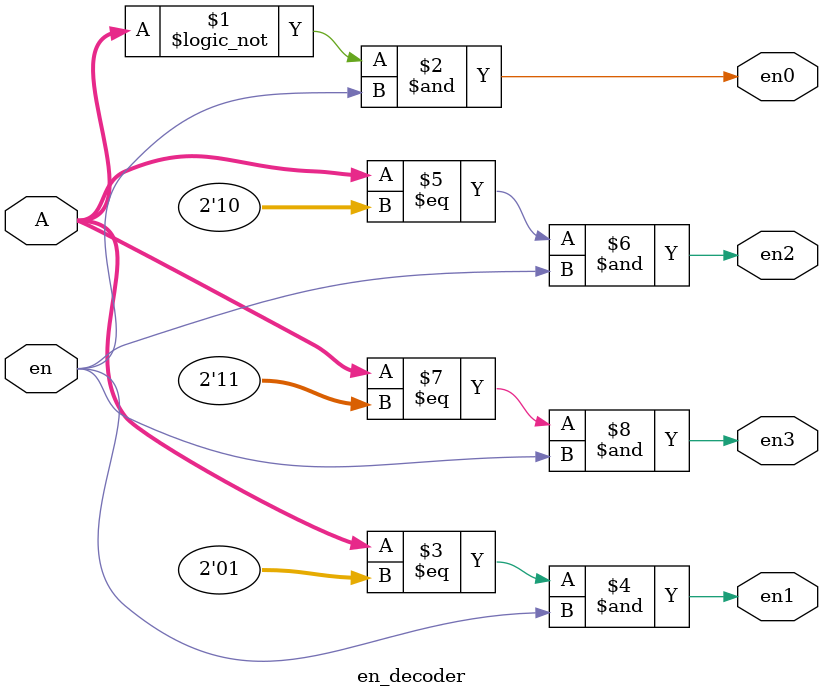
<source format=v>
`timescale 1ns / 1ps

module MII(
    input wire clk, rst, 
//    input wire READ_EN, WRITE_EN,
    // For state-address converter
    input wire [11:0] S,
    input wire wen, 
    output wire [31:0] RD_ADDR,
    output reg [31:0] WR_ADDR,
    // Write enable handling 
    input wire [1:0] A,
    output reg [3:0] wen0, wen1, wen2, wen3,
    output reg en0, en1, en2, en3
    );
    
    // State-Address Converter
    reg [11:0] S_reg0, S_reg1, S_reg2, S_reg3, S_reg4, S_reg5, S_reg6, S_reg7;
    always @(posedge clk) begin
        S_reg0 <= S;
        S_reg1 <= S_reg0;
        S_reg2 <= S_reg1;
        S_reg3 <= S_reg2;
        S_reg4 <= S_reg3;
        S_reg5 <= S_reg4;
        S_reg6 <= S_reg5;
        S_reg7 <= S_reg6;
    end
    wire [31:0] WR_ADDR_temp;
    assign RD_ADDR = (S<<2)|32'h0000_0000;
    assign WR_ADDR_temp = (S_reg6<<2)|32'h0000_0000;
    
    // Action register
    reg [1:0] A_reg0, A_reg1, A_reg2, A_reg3, A_reg4, A_reg5;
    always @(posedge clk) begin 
        A_reg0 <= A;
        A_reg1 <= A_reg0;
        A_reg2 <= A_reg1;
        A_reg3 <= A_reg2;
        A_reg4 <= A_reg3;
        A_reg5 <= A_reg4;
    end
    
    // RAM Write Enable handling
    wire [3:0] wen0_temp, wen1_temp, wen2_temp, wen3_temp;
    wire en0_temp, en1_temp, en2_temp, en3_temp;
    always @(posedge clk) begin
        en0 <= en0_temp;
        en1 <= en1_temp;
        en2 <= en2_temp;
        en3 <= en3_temp;
        wen0 <= wen0_temp;
        wen1 <= wen1_temp;
        wen2 <= wen2_temp;
        wen3 <= wen3_temp;     
        WR_ADDR <= WR_ADDR_temp;   
    end
    wen_decoder decod0(.A(A_reg4), .en(wen), .wen0(wen0_temp), .wen1(wen1_temp), .wen2(wen2_temp), .wen3(wen3_temp));
    en_decoder  decod1(.A(A_reg4), .en(wen), .en0(en0_temp), .en1(en1_temp), .en2(en2_temp), .en3(en3_temp));
    
endmodule

module wen_decoder(
    input wire en,
    input wire  [1:0] A,
    output wire [3:0] wen0, wen1, wen2, wen3
    );
    assign wen0 = ((A==0)&(en))? 4'b1111 : 4'b0000;
    assign wen1 = ((A==1)&(en))? 4'b1111 : 4'b0000;
    assign wen2 = ((A==2)&(en))? 4'b1111 : 4'b0000;
    assign wen3 = ((A==3)&(en))? 4'b1111 : 4'b0000;
endmodule

module en_decoder(
    input wire en,
    input wire  [1:0] A,
    output wire en0, en1, en2, en3
    );
    assign en0 = (A==0)&(en);
    assign en1 = (A==1)&(en);
    assign en2 = (A==2)&(en);
    assign en3 = (A==3)&(en);
endmodule

</source>
